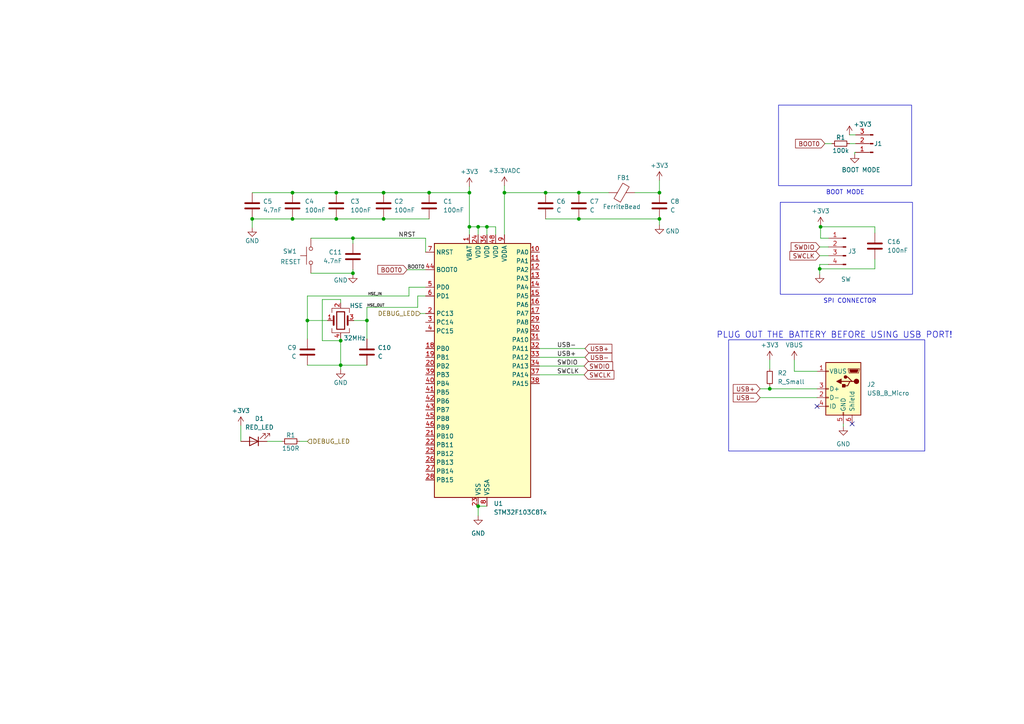
<source format=kicad_sch>
(kicad_sch (version 20230121) (generator eeschema)
  (paper "A4")
  (lib_symbols
    (symbol "Connector:Conn_01x03_Pin" (pin_names (offset 1.016) hide)
      (property "Reference" "J" (at 0 5.08 0))
      (property "Value" "Conn_01x03_Pin" (at 0 -5.08 0))
      (symbol "Conn_01x03_Pin_1_1"
        (polyline (pts (xy 1.27 -2.54) (xy 0.8636 -2.54)) (stroke (width 0.1524)))
        (polyline (pts (xy 1.27 0) (xy 0.8636 0)) (stroke (width 0.1524)))
        (polyline (pts (xy 1.27 2.54) (xy 0.8636 2.54)) (stroke (width 0.1524)))
        (rectangle (start 0.8636 -2.413) (end 0 -2.667) (stroke (width 0.1524)) (fill (type outline)))
        (rectangle (start 0.8636 0.127) (end 0 -0.127) (stroke (width 0.1524)) (fill (type outline)))
        (rectangle (start 0.8636 2.667) (end 0 2.413) (stroke (width 0.1524)) (fill (type outline)))
        (pin passive line (at 5.08 2.54 180) (length 3.81) (name "Pin_1") (number "1"))
        (pin passive line (at 5.08 0 180) (length 3.81) (name "Pin_2") (number "2"))
        (pin passive line (at 5.08 -2.54 180) (length 3.81) (name "Pin_3") (number "3"))
      )
    )
    (symbol "Connector:Conn_01x04_Pin" (pin_names (offset 1.016) hide)
      (property "Reference" "J" (at 0 5.08 0))
      (property "Value" "Conn_01x04_Pin" (at 0 -7.62 0))
      (symbol "Conn_01x04_Pin_1_1"
        (polyline (pts (xy 1.27 -5.08) (xy 0.8636 -5.08)) (stroke (width 0.1524)))
        (polyline (pts (xy 1.27 -2.54) (xy 0.8636 -2.54)) (stroke (width 0.1524)))
        (polyline (pts (xy 1.27 0) (xy 0.8636 0)) (stroke (width 0.1524)))
        (polyline (pts (xy 1.27 2.54) (xy 0.8636 2.54)) (stroke (width 0.1524)))
        (rectangle (start 0.8636 -4.953) (end 0 -5.207) (stroke (width 0.1524)) (fill (type outline)))
        (rectangle (start 0.8636 -2.413) (end 0 -2.667) (stroke (width 0.1524)) (fill (type outline)))
        (rectangle (start 0.8636 0.127) (end 0 -0.127) (stroke (width 0.1524)) (fill (type outline)))
        (rectangle (start 0.8636 2.667) (end 0 2.413) (stroke (width 0.1524)) (fill (type outline)))
        (pin passive line (at 5.08 2.54 180) (length 3.81) (name "Pin_1") (number "1"))
        (pin passive line (at 5.08 0 180) (length 3.81) (name "Pin_2") (number "2"))
        (pin passive line (at 5.08 -2.54 180) (length 3.81) (name "Pin_3") (number "3"))
        (pin passive line (at 5.08 -5.08 180) (length 3.81) (name "Pin_4") (number "4"))
      )
    )
    (symbol "Connector:USB_B_Micro" (pin_names (offset 1.016))
      (property "Reference" "J" (at -5.08 11.43 0))
      (property "Value" "USB_B_Micro" (at -5.08 8.89 0))
      (symbol "USB_B_Micro_0_1"
        (rectangle (start -5.08 -7.62) (end 5.08 7.62) (stroke (width 0.254)) (fill (type background)))
        (circle (center -3.81 2.159) (radius 0.635) (stroke (width 0.254)) (fill (type outline)))
        (circle (center -0.635 3.429) (radius 0.381) (stroke (width 0.254)) (fill (type outline)))
        (rectangle (start -0.127 -7.62) (end 0.127 -6.858))
        (polyline (pts (xy -1.905 2.159) (xy 0.635 2.159)) (stroke (width 0.254)))
        (polyline (pts (xy -3.175 2.159) (xy -2.54 2.159) (xy -1.27 3.429) (xy -0.635 3.429)) (stroke (width 0.254)))
        (polyline (pts (xy -2.54 2.159) (xy -1.905 2.159) (xy -1.27 0.889) (xy 0 0.889)) (stroke (width 0.254)))
        (polyline (pts (xy 0.635 2.794) (xy 0.635 1.524) (xy 1.905 2.159) (xy 0.635 2.794)) (stroke (width 0.254)) (fill (type outline)))
        (polyline (pts (xy -4.318 5.588) (xy -1.778 5.588) (xy -2.032 4.826) (xy -4.064 4.826) (xy -4.318 5.588)) (fill (type outline)))
        (polyline (pts (xy -4.699 5.842) (xy -4.699 5.588) (xy -4.445 4.826) (xy -4.445 4.572) (xy -1.651 4.572) (xy -1.651 4.826) (xy -1.397 5.588) (xy -1.397 5.842) (xy -4.699 5.842)))
        (rectangle (start 0.254 1.27) (end -0.508 0.508) (stroke (width 0.254)) (fill (type outline)))
        (rectangle (start 5.08 -5.207) (end 4.318 -4.953))
        (rectangle (start 5.08 -2.667) (end 4.318 -2.413))
        (rectangle (start 5.08 -0.127) (end 4.318 0.127))
        (rectangle (start 5.08 4.953) (end 4.318 5.207))
      )
      (symbol "USB_B_Micro_1_1"
        (pin power_out line (at 7.62 5.08 180) (length 2.54) (name "VBUS") (number "1"))
        (pin bidirectional line (at 7.62 -2.54 180) (length 2.54) (name "D-") (number "2"))
        (pin bidirectional line (at 7.62 0 180) (length 2.54) (name "D+") (number "3"))
        (pin passive line (at 7.62 -5.08 180) (length 2.54) (name "ID") (number "4"))
        (pin power_out line (at 0 -10.16 90) (length 2.54) (name "GND") (number "5"))
        (pin passive line (at -2.54 -10.16 90) (length 2.54) (name "Shield") (number "6"))
      )
    )
    (symbol "Device:C" (pin_numbers hide) (pin_names (offset 0.254))
      (property "Reference" "C" (at 0.635 2.54 0))
      (property "Value" "C" (at 0.635 -2.54 0))
      (symbol "C_0_1"
        (polyline (pts (xy -2.032 -0.762) (xy 2.032 -0.762)) (stroke (width 0.508)))
        (polyline (pts (xy -2.032 0.762) (xy 2.032 0.762)) (stroke (width 0.508)))
      )
      (symbol "C_1_1"
        (pin passive line (at 0 3.81 270) (length 2.794) (name "~") (number "1"))
        (pin passive line (at 0 -3.81 90) (length 2.794) (name "~") (number "2"))
      )
    )
    (symbol "Device:Crystal_GND24" (pin_names (offset 1.016) hide)
      (property "Reference" "Y" (at 3.175 5.08 0))
      (property "Value" "Crystal_GND24" (at 3.175 3.175 0))
      (symbol "Crystal_GND24_0_1"
        (rectangle (start -1.143 2.54) (end 1.143 -2.54) (stroke (width 0.3048)))
        (polyline (pts (xy -2.54 0) (xy -2.032 0)))
        (polyline (pts (xy -2.032 -1.27) (xy -2.032 1.27)) (stroke (width 0.508)))
        (polyline (pts (xy 0 -3.81) (xy 0 -3.556)))
        (polyline (pts (xy 0 3.556) (xy 0 3.81)))
        (polyline (pts (xy 2.032 -1.27) (xy 2.032 1.27)) (stroke (width 0.508)))
        (polyline (pts (xy 2.032 0) (xy 2.54 0)))
        (polyline (pts (xy -2.54 -2.286) (xy -2.54 -3.556) (xy 2.54 -3.556) (xy 2.54 -2.286)))
        (polyline (pts (xy -2.54 2.286) (xy -2.54 3.556) (xy 2.54 3.556) (xy 2.54 2.286)))
      )
      (symbol "Crystal_GND24_1_1"
        (pin passive line (at -3.81 0 0) (length 1.27) (name "1") (number "1"))
        (pin passive line (at 0 5.08 270) (length 1.27) (name "2") (number "2"))
        (pin passive line (at 3.81 0 180) (length 1.27) (name "3") (number "3"))
        (pin passive line (at 0 -5.08 90) (length 1.27) (name "4") (number "4"))
      )
    )
    (symbol "Device:FerriteBead" (pin_numbers hide) (pin_names (offset 0))
      (property "Reference" "FB" (at -3.81 0.635 90))
      (property "Value" "FerriteBead" (at 3.81 0 90))
      (symbol "FerriteBead_0_1"
        (polyline (pts (xy 0 -1.27) (xy 0 -1.2192)))
        (polyline (pts (xy 0 1.27) (xy 0 1.2954)))
        (polyline (pts (xy -2.7686 0.4064) (xy -1.7018 2.2606) (xy 2.7686 -0.3048) (xy 1.6764 -2.159) (xy -2.7686 0.4064)))
      )
      (symbol "FerriteBead_1_1"
        (pin passive line (at 0 3.81 270) (length 2.54) (name "~") (number "1"))
        (pin passive line (at 0 -3.81 90) (length 2.54) (name "~") (number "2"))
      )
    )
    (symbol "Device:LED" (pin_numbers hide) (pin_names (offset 1.016) hide)
      (property "Reference" "D" (at 0 2.54 0))
      (property "Value" "LED" (at 0 -2.54 0))
      (symbol "LED_0_1"
        (polyline (pts (xy -1.27 -1.27) (xy -1.27 1.27)) (stroke (width 0.254)))
        (polyline (pts (xy -1.27 0) (xy 1.27 0)))
        (polyline (pts (xy 1.27 -1.27) (xy 1.27 1.27) (xy -1.27 0) (xy 1.27 -1.27)) (stroke (width 0.254)))
        (polyline (pts (xy -3.048 -0.762) (xy -4.572 -2.286) (xy -3.81 -2.286) (xy -4.572 -2.286) (xy -4.572 -1.524)))
        (polyline (pts (xy -1.778 -0.762) (xy -3.302 -2.286) (xy -2.54 -2.286) (xy -3.302 -2.286) (xy -3.302 -1.524)))
      )
      (symbol "LED_1_1"
        (pin passive line (at -3.81 0 0) (length 2.54) (name "K") (number "1"))
        (pin passive line (at 3.81 0 180) (length 2.54) (name "A") (number "2"))
      )
    )
    (symbol "Device:R_Small" (pin_numbers hide) (pin_names (offset 0.254) hide)
      (property "Reference" "R" (at 0.762 0.508 0))
      (property "Value" "R_Small" (at 0.762 -1.016 0))
      (symbol "R_Small_0_1"
        (rectangle (start -0.762 1.778) (end 0.762 -1.778) (stroke (width 0.2032)))
      )
      (symbol "R_Small_1_1"
        (pin passive line (at 0 2.54 270) (length 0.762) (name "~") (number "1"))
        (pin passive line (at 0 -2.54 90) (length 0.762) (name "~") (number "2"))
      )
    )
    (symbol "MCU_ST_STM32F1:STM32F103C8Tx"
      (property "Reference" "U" (at -12.7 39.37 0))
      (property "Value" "STM32F103C8Tx" (at 10.16 39.37 0))
      (symbol "STM32F103C8Tx_0_1"
        (rectangle (start -12.7 -35.56) (end 15.24 38.1) (stroke (width 0.254)) (fill (type background)))
      )
      (symbol "STM32F103C8Tx_1_1"
        (pin power_in line (at -2.54 40.64 270) (length 2.54) (name "VBAT") (number "1"))
        (pin bidirectional line (at 17.78 35.56 180) (length 2.54) (name "PA0") (number "10"))
        (pin bidirectional line (at 17.78 33.02 180) (length 2.54) (name "PA1") (number "11"))
        (pin bidirectional line (at 17.78 30.48 180) (length 2.54) (name "PA2") (number "12"))
        (pin bidirectional line (at 17.78 27.94 180) (length 2.54) (name "PA3") (number "13"))
        (pin bidirectional line (at 17.78 25.4 180) (length 2.54) (name "PA4") (number "14"))
        (pin bidirectional line (at 17.78 22.86 180) (length 2.54) (name "PA5") (number "15"))
        (pin bidirectional line (at 17.78 20.32 180) (length 2.54) (name "PA6") (number "16"))
        (pin bidirectional line (at 17.78 17.78 180) (length 2.54) (name "PA7") (number "17"))
        (pin bidirectional line (at -15.24 7.62 0) (length 2.54) (name "PB0") (number "18"))
        (pin bidirectional line (at -15.24 5.08 0) (length 2.54) (name "PB1") (number "19"))
        (pin bidirectional line (at -15.24 17.78 0) (length 2.54) (name "PC13") (number "2"))
        (pin bidirectional line (at -15.24 2.54 0) (length 2.54) (name "PB2") (number "20"))
        (pin bidirectional line (at -15.24 -17.78 0) (length 2.54) (name "PB10") (number "21"))
        (pin bidirectional line (at -15.24 -20.32 0) (length 2.54) (name "PB11") (number "22"))
        (pin power_in line (at 0 -38.1 90) (length 2.54) (name "VSS") (number "23"))
        (pin power_in line (at 0 40.64 270) (length 2.54) (name "VDD") (number "24"))
        (pin bidirectional line (at -15.24 -22.86 0) (length 2.54) (name "PB12") (number "25"))
        (pin bidirectional line (at -15.24 -25.4 0) (length 2.54) (name "PB13") (number "26"))
        (pin bidirectional line (at -15.24 -27.94 0) (length 2.54) (name "PB14") (number "27"))
        (pin bidirectional line (at -15.24 -30.48 0) (length 2.54) (name "PB15") (number "28"))
        (pin bidirectional line (at 17.78 15.24 180) (length 2.54) (name "PA8") (number "29"))
        (pin bidirectional line (at -15.24 15.24 0) (length 2.54) (name "PC14") (number "3"))
        (pin bidirectional line (at 17.78 12.7 180) (length 2.54) (name "PA9") (number "30"))
        (pin bidirectional line (at 17.78 10.16 180) (length 2.54) (name "PA10") (number "31"))
        (pin bidirectional line (at 17.78 7.62 180) (length 2.54) (name "PA11") (number "32"))
        (pin bidirectional line (at 17.78 5.08 180) (length 2.54) (name "PA12") (number "33"))
        (pin bidirectional line (at 17.78 2.54 180) (length 2.54) (name "PA13") (number "34"))
        (pin passive line (at 0 -38.1 90) (length 2.54) hide (name "VSS") (number "35"))
        (pin power_in line (at 2.54 40.64 270) (length 2.54) (name "VDD") (number "36"))
        (pin bidirectional line (at 17.78 0 180) (length 2.54) (name "PA14") (number "37"))
        (pin bidirectional line (at 17.78 -2.54 180) (length 2.54) (name "PA15") (number "38"))
        (pin bidirectional line (at -15.24 0 0) (length 2.54) (name "PB3") (number "39"))
        (pin bidirectional line (at -15.24 12.7 0) (length 2.54) (name "PC15") (number "4"))
        (pin bidirectional line (at -15.24 -2.54 0) (length 2.54) (name "PB4") (number "40"))
        (pin bidirectional line (at -15.24 -5.08 0) (length 2.54) (name "PB5") (number "41"))
        (pin bidirectional line (at -15.24 -7.62 0) (length 2.54) (name "PB6") (number "42"))
        (pin bidirectional line (at -15.24 -10.16 0) (length 2.54) (name "PB7") (number "43"))
        (pin input line (at -15.24 30.48 0) (length 2.54) (name "BOOT0") (number "44"))
        (pin bidirectional line (at -15.24 -12.7 0) (length 2.54) (name "PB8") (number "45"))
        (pin bidirectional line (at -15.24 -15.24 0) (length 2.54) (name "PB9") (number "46"))
        (pin passive line (at 0 -38.1 90) (length 2.54) hide (name "VSS") (number "47"))
        (pin power_in line (at 5.08 40.64 270) (length 2.54) (name "VDD") (number "48"))
        (pin bidirectional line (at -15.24 25.4 0) (length 2.54) (name "PD0") (number "5"))
        (pin bidirectional line (at -15.24 22.86 0) (length 2.54) (name "PD1") (number "6"))
        (pin input line (at -15.24 35.56 0) (length 2.54) (name "NRST") (number "7"))
        (pin power_in line (at 2.54 -38.1 90) (length 2.54) (name "VSSA") (number "8"))
        (pin power_in line (at 7.62 40.64 270) (length 2.54) (name "VDDA") (number "9"))
      )
    )
    (symbol "Switch:SW_Push" (pin_numbers hide) (pin_names (offset 1.016) hide)
      (property "Reference" "SW" (at 1.27 2.54 0))
      (property "Value" "SW_Push" (at 0 -1.524 0))
      (symbol "SW_Push_0_1"
        (circle (center -2.032 0) (radius 0.508))
        (polyline (pts (xy 0 1.27) (xy 0 3.048)))
        (polyline (pts (xy 2.54 1.27) (xy -2.54 1.27)))
        (circle (center 2.032 0) (radius 0.508))
        (pin passive line (at -5.08 0 0) (length 2.54) (name "1") (number "1"))
        (pin passive line (at 5.08 0 180) (length 2.54) (name "2") (number "2"))
      )
    )
    (symbol "power:+3.3VADC" (power) (pin_names (offset 0))
      (property "Value" "+3.3VADC" (at 0 2.54 0))
      (symbol "+3.3VADC_0_0"
        (pin power_in line (at 0 0 90) (length 0) hide (name "+3.3VADC") (number "1"))
      )
      (symbol "+3.3VADC_0_1"
        (polyline (pts (xy -0.762 1.27) (xy 0 2.54)))
        (polyline (pts (xy 0 0) (xy 0 2.54)))
        (polyline (pts (xy 0 2.54) (xy 0.762 1.27)))
      )
    )
    (symbol "power:+3V3" (power) (pin_names (offset 0))
      (property "Value" "+3V3" (at 0 3.556 0))
      (symbol "+3V3_0_1"
        (polyline (pts (xy -0.762 1.27) (xy 0 2.54)))
        (polyline (pts (xy 0 0) (xy 0 2.54)))
        (polyline (pts (xy 0 2.54) (xy 0.762 1.27)))
      )
      (symbol "+3V3_1_1"
        (pin power_in line (at 0 0 90) (length 0) hide (name "+3V3") (number "1"))
      )
    )
    (symbol "power:GND" (power) (pin_names (offset 0))
      (property "Value" "GND" (at 0 -3.81 0))
      (symbol "GND_0_1"
        (polyline (pts (xy 0 0) (xy 0 -1.27) (xy 1.27 -1.27) (xy 0 -2.54) (xy -1.27 -1.27) (xy 0 -1.27)))
      )
      (symbol "GND_1_1"
        (pin power_in line (at 0 0 270) (length 0) hide (name "GND") (number "1"))
      )
    )
    (symbol "power:VBUS" (power) (pin_names (offset 0))
      (property "Value" "VBUS" (at 0 3.81 0))
      (symbol "VBUS_0_1"
        (polyline (pts (xy -0.762 1.27) (xy 0 2.54)))
        (polyline (pts (xy 0 0) (xy 0 2.54)))
        (polyline (pts (xy 0 2.54) (xy 0.762 1.27)))
      )
      (symbol "VBUS_1_1"
        (pin power_in line (at 0 0 90) (length 0) hide (name "VBUS") (number "1"))
      )
    )
  )
  (junction (at 167.894 55.88))
  (junction (at 84.836 55.88))
  (junction (at 138.684 65.786))
  (junction (at 102.362 69.088))
  (junction (at 138.684 146.812))
  (junction (at 97.536 55.88))
  (junction (at 73.152 63.5))
  (junction (at 97.536 63.5))
  (junction (at 136.144 55.88))
  (junction (at 111.252 63.5))
  (junction (at 167.894 63.5))
  (junction (at 191.262 55.88))
  (junction (at 89.154 92.964))
  (junction (at 111.252 55.88))
  (junction (at 158.242 55.88))
  (junction (at 124.46 55.88))
  (junction (at 102.362 79.248))
  (junction (at 191.262 63.5))
  (junction (at 106.426 92.964))
  (junction (at 223.266 112.776))
  (junction (at 237.744 77.978))
  (junction (at 84.836 63.5))
  (junction (at 237.998 65.786))
  (junction (at 146.304 55.88))
  (junction (at 98.806 98.806))
  (junction (at 98.806 105.918))
  (junction (at 136.144 65.786))
  (junction (at 141.224 65.786))
  (no_connect (at 247.142 122.936))
  (no_connect (at 236.982 117.856))
  (wire (pts (xy 90.17 69.088) (xy 102.362 69.088)))
  (wire (pts (xy 90.17 79.248) (xy 102.362 79.248)))
  (wire (pts (xy 156.464 106.172) (xy 169.418 106.172)))
  (wire (pts (xy 136.144 65.786) (xy 136.144 68.072)))
  (wire (pts (xy 138.684 146.812) (xy 141.224 146.812)))
  (wire (pts (xy 146.304 53.848) (xy 146.304 55.88)))
  (wire (pts (xy 230.378 107.696) (xy 236.982 107.696)))
  (wire (pts (xy 253.746 75.184) (xy 253.746 77.978)))
  (wire (pts (xy 89.154 92.964) (xy 89.154 98.298)))
  (wire (pts (xy 89.154 105.918) (xy 98.806 105.918)))
  (wire (pts (xy 156.464 103.632) (xy 169.672 103.632)))
  (wire (pts (xy 237.998 65.786) (xy 237.998 69.088)))
  (wire (pts (xy 89.154 85.852) (xy 89.154 92.964)))
  (wire (pts (xy 247.904 44.196) (xy 248.158 44.196)))
  (wire (pts (xy 156.464 108.712) (xy 169.418 108.712)))
  (wire (pts (xy 111.252 55.88) (xy 124.46 55.88)))
  (wire (pts (xy 106.426 92.964) (xy 102.616 92.964)))
  (wire (pts (xy 123.444 69.088) (xy 102.362 69.088)))
  (wire (pts (xy 121.158 85.852) (xy 123.444 85.852)))
  (wire (pts (xy 111.252 63.5) (xy 124.46 63.5)))
  (wire (pts (xy 240.284 76.708) (xy 237.744 76.708)))
  (wire (pts (xy 106.426 92.964) (xy 106.426 98.298)))
  (wire (pts (xy 244.602 122.936) (xy 244.602 123.698)))
  (wire (pts (xy 143.764 65.786) (xy 143.764 68.072)))
  (wire (pts (xy 223.266 112.776) (xy 236.982 112.776)))
  (wire (pts (xy 102.362 69.088) (xy 102.362 70.612)))
  (wire (pts (xy 124.46 55.88) (xy 136.144 55.88)))
  (wire (pts (xy 123.444 69.088) (xy 123.444 73.152)))
  (wire (pts (xy 248.158 41.656) (xy 246.38 41.656)))
  (wire (pts (xy 98.806 105.918) (xy 106.426 105.918)))
  (wire (pts (xy 230.378 104.394) (xy 230.378 107.696)))
  (wire (pts (xy 191.262 63.5) (xy 167.894 63.5)))
  (wire (pts (xy 93.472 98.806) (xy 98.806 98.806)))
  (wire (pts (xy 136.144 54.102) (xy 136.144 55.88)))
  (wire (pts (xy 241.3 41.656) (xy 239.268 41.656)))
  (wire (pts (xy 98.806 98.806) (xy 98.806 105.918)))
  (wire (pts (xy 106.426 89.154) (xy 106.426 92.964)))
  (wire (pts (xy 136.144 65.786) (xy 138.684 65.786)))
  (wire (pts (xy 156.464 101.092) (xy 169.672 101.092)))
  (wire (pts (xy 118.618 85.852) (xy 118.618 83.312)))
  (wire (pts (xy 138.684 65.786) (xy 138.684 68.072)))
  (wire (pts (xy 240.284 74.168) (xy 237.744 74.168)))
  (wire (pts (xy 118.618 83.312) (xy 123.444 83.312)))
  (wire (pts (xy 102.362 79.502) (xy 102.362 79.248)))
  (wire (pts (xy 141.224 65.786) (xy 143.764 65.786)))
  (wire (pts (xy 158.242 55.88) (xy 167.894 55.88)))
  (wire (pts (xy 84.836 63.5) (xy 97.536 63.5)))
  (wire (pts (xy 73.152 63.5) (xy 73.152 66.04)))
  (wire (pts (xy 98.806 98.806) (xy 98.806 98.044)))
  (wire (pts (xy 136.144 55.88) (xy 136.144 65.786)))
  (wire (pts (xy 138.684 146.812) (xy 138.684 149.606)))
  (wire (pts (xy 73.152 63.5) (xy 84.836 63.5)))
  (wire (pts (xy 237.998 65.532) (xy 237.998 65.786)))
  (wire (pts (xy 248.158 39.116) (xy 246.38 39.116)))
  (wire (pts (xy 253.746 65.786) (xy 253.746 67.564)))
  (wire (pts (xy 158.242 63.5) (xy 167.894 63.5)))
  (wire (pts (xy 102.362 78.232) (xy 102.362 79.248)))
  (wire (pts (xy 141.224 68.072) (xy 141.224 65.786)))
  (wire (pts (xy 118.11 78.232) (xy 123.444 78.232)))
  (wire (pts (xy 86.868 128.016) (xy 89.154 128.016)))
  (wire (pts (xy 121.158 89.154) (xy 121.158 85.852)))
  (wire (pts (xy 240.284 71.628) (xy 237.744 71.628)))
  (wire (pts (xy 146.304 55.88) (xy 158.242 55.88)))
  (wire (pts (xy 77.47 128.016) (xy 81.788 128.016)))
  (wire (pts (xy 237.744 76.708) (xy 237.744 77.978)))
  (wire (pts (xy 69.85 123.444) (xy 69.85 128.016)))
  (wire (pts (xy 106.426 89.154) (xy 121.158 89.154)))
  (wire (pts (xy 237.998 69.088) (xy 240.284 69.088)))
  (wire (pts (xy 237.998 65.786) (xy 253.746 65.786)))
  (wire (pts (xy 97.536 63.5) (xy 111.252 63.5)))
  (wire (pts (xy 237.744 77.978) (xy 237.744 79.502)))
  (wire (pts (xy 121.92 90.932) (xy 123.444 90.932)))
  (wire (pts (xy 98.806 105.918) (xy 98.806 107.188)))
  (wire (pts (xy 184.15 55.88) (xy 191.262 55.88)))
  (wire (pts (xy 223.266 112.014) (xy 223.266 112.776)))
  (wire (pts (xy 253.746 77.978) (xy 237.744 77.978)))
  (wire (pts (xy 97.536 55.88) (xy 111.252 55.88)))
  (wire (pts (xy 191.262 63.5) (xy 191.262 65.278)))
  (wire (pts (xy 98.806 86.868) (xy 98.806 87.884)))
  (wire (pts (xy 73.152 55.88) (xy 84.836 55.88)))
  (wire (pts (xy 146.304 55.88) (xy 146.304 68.072)))
  (wire (pts (xy 223.266 104.394) (xy 223.266 106.934)))
  (wire (pts (xy 89.154 92.964) (xy 94.996 92.964)))
  (wire (pts (xy 89.154 85.852) (xy 118.618 85.852)))
  (wire (pts (xy 220.472 112.776) (xy 223.266 112.776)))
  (wire (pts (xy 93.472 86.868) (xy 93.472 98.806)))
  (wire (pts (xy 167.894 55.88) (xy 176.53 55.88)))
  (wire (pts (xy 98.806 86.868) (xy 93.472 86.868)))
  (wire (pts (xy 84.836 55.88) (xy 97.536 55.88)))
  (wire (pts (xy 220.472 115.316) (xy 236.982 115.316)))
  (wire (pts (xy 247.904 44.704) (xy 247.904 44.196)))
  (wire (pts (xy 191.262 52.324) (xy 191.262 55.88)))
  (wire (pts (xy 138.684 65.786) (xy 141.224 65.786)))
  (rectangle (start 226.314 58.674) (end 264.668 85.344))
  (rectangle (start 211.328 98.552) (end 268.224 130.81))
  (rectangle (start 225.806 30.48) (end 264.414 53.848))
  (text "PLUG OUT THE BATTERY BEFORE USING USB PORT!" (at 207.772 98.298 0) (effects (font (size 1.778 1.778)) (justify left bottom)))
  (text "BOOT MODE\n" (at 239.522 56.642 0) (effects (font (size 1.27 1.27)) (justify left bottom)))
  (text "SPI CONNECTOR" (at 238.76 88.138 0) (effects (font (size 1.27 1.27)) (justify left bottom)))
  (label "SWCLK" (at 161.544 108.712 0))
  (label "NRST" (at 115.57 69.088 0))
  (label "SWDIO" (at 161.544 106.172 0))
  (label "HSE_OUT" (at 106.426 89.154 0) (effects (font (size 0.762 0.762))))
  (label "BOOT0" (at 118.11 78.232 0) (effects (font (size 1.016 1.016))))
  (label "USB-" (at 161.544 101.092 0))
  (label "HSE_IN" (at 106.68 85.852 0) (effects (font (size 0.762 0.762))))
  (label "USB+" (at 161.544 103.632 0))
  (global_label "BOOT0" (shape input) (at 118.11 78.232 180) (property "Intersheetrefs" "${INTERSHEET_REFS}" (effects hide)))
  (global_label "SWCLK" (shape input) (at 169.418 108.712 0) (property "Intersheetrefs" "${INTERSHEET_REFS}" (effects hide)))
  (global_label "USB-" (shape input) (at 220.472 115.316 180) (property "Intersheetrefs" "${INTERSHEET_REFS}" (effects hide)))
  (global_label "SWDIO" (shape input) (at 169.418 106.172 0) (property "Intersheetrefs" "${INTERSHEET_REFS}" (effects hide)))
  (global_label "SWCLK" (shape input) (at 237.744 74.168 180) (property "Intersheetrefs" "${INTERSHEET_REFS}" (effects hide)))
  (global_label "SWDIO" (shape input) (at 237.744 71.628 180) (property "Intersheetrefs" "${INTERSHEET_REFS}" (effects hide)))
  (global_label "USB+" (shape input) (at 169.672 101.092 0) (property "Intersheetrefs" "${INTERSHEET_REFS}" (effects hide)))
  (global_label "USB+" (shape input) (at 220.472 112.776 180) (property "Intersheetrefs" "${INTERSHEET_REFS}" (effects hide)))
  (global_label "BOOT0" (shape input) (at 239.268 41.656 180) (property "Intersheetrefs" "${INTERSHEET_REFS}" (effects hide)))
  (global_label "USB-" (shape input) (at 169.672 103.632 0) (property "Intersheetrefs" "${INTERSHEET_REFS}" (effects hide)))
  (hierarchical_label "DEBUG_LED" (shape input) (at 89.154 128.016 0))
  (hierarchical_label "DEBUG_LED" (shape input) (at 121.92 90.932 180))
  (symbol (lib_id "MCU_ST_STM32F1:STM32F103C8Tx") (at 138.684 108.712 0) (unit 1)
    (property "Reference" "U1" (at 143.1799 146.05 0) (effects (justify left)))
    (property "Value" "STM32F103C8Tx" (at 143.1799 148.59 0) (effects (justify left)))
    (property "Footprint" "Package_QFP:LQFP-48_7x7mm_P0.5mm" (effects hide))
    (property "Datasheet" "https://www.st.com/resource/en/datasheet/stm32f103c8.pdf" (effects hide))
  )
  (symbol (lib_id "Device:C") (at 84.836 59.69 0) (unit 1)
    (property "Reference" "C4" (at 88.392 58.42 0) (effects (justify left)))
    (property "Value" "100nF" (at 88.392 60.96 0) (effects (justify left)))
    (instances (project "Project232" (path "" (reference "C4") (unit 1)) (path "" (reference "C2") (unit 1))) (project "_autosave-MCU" (path "" (reference "C4") (unit 1))))
  )
  (symbol (lib_id "Device:C") (at 167.894 59.69 0) (unit 1)
    (property "Reference" "C7" (at 171.0182 58.42 0) (effects (justify left)))
    (property "Value" "C" (at 171.0182 60.96 0) (effects (justify left)))
    (instances (project "Project232" (path "" (reference "C7") (unit 1)) (path "" (reference "C10") (unit 1))) (project "_autosave-MCU" (path "" (reference "C7") (unit 1))))
  )
  (symbol (lib_id "Connector:Conn_01x04_Pin") (at 245.364 71.628 0) (mirror y) (unit 1)
    (property "Reference" "J3" (at 247.142 72.898 0))
    (property "Value" "SW" (at 245.364 81.026 0))
    (instances (project "_autosave-connector" (path "" (reference "J3") (unit 1))) (project "Project232" (path "" (reference "J2") (unit 1)) (path "" (reference "J2") (unit 1))) (project "_autosave-MCU" (path "" (reference "J3") (unit 1))))
  )
  (symbol (lib_id "Device:C") (at 191.262 59.69 0) (unit 1)
    (property "Reference" "C8" (at 194.3862 58.42 0) (effects (justify left)))
    (property "Value" "C" (at 194.3862 60.96 0) (effects (justify left)))
    (instances (project "Project232" (path "" (reference "C8") (unit 1)) (path "" (reference "C11") (unit 1))) (project "_autosave-MCU" (path "" (reference "C8") (unit 1))))
  )
  (symbol (lib_id "Switch:SW_Push") (at 90.17 74.168 90) (unit 1)
    (property "Reference" "SW1" (at 82.042 72.898 90) (effects (justify right)))
    (property "Value" "RESET" (at 81.28 75.946 90) (effects (justify right)))
  )
  (symbol (lib_id "Device:R_Small") (at 84.328 128.016 270) (mirror x) (unit 1)
    (property "Reference" "R1" (at 84.328 126.238 90))
    (property "Value" "150R" (at 84.328 130.048 90))
    (instances (project "_autosave-connector" (path "" (reference "R1") (unit 1))) (project "Project232" (path "" (reference "R2") (unit 1)) (path "" (reference "R1") (unit 1))) (project "_autosave-MCU" (path "" (reference "R1") (unit 1))))
  )
  (symbol (lib_id "Connector:Conn_01x03_Pin") (at 253.238 41.656 180) (unit 1)
    (property "Reference" "J1" (at 253.492 41.656 0) (effects (justify right)))
    (property "Value" "BOOT MODE" (at 244.094 49.276 0) (effects (justify right)))
    (instances (project "_autosave-connector" (path "" (reference "J1") (unit 1))) (project "Project232" (path "" (reference "J1") (unit 1)) (path "" (reference "J3") (unit 1))) (project "_autosave-MCU" (path "" (reference "J1") (unit 1))))
  )
  (symbol (lib_id "power:GND") (at 102.362 79.502 0) (unit 1)
    (property "Reference" "#PWR08" (effects hide))
    (property "Value" "GND" (at 98.806 81.28 0))
    (instances (project "Project232" (path "" (reference "#PWR08") (unit 1)) (path "" (reference "#PWR04") (unit 1))) (project "_autosave-MCU" (path "" (reference "#PWR08") (unit 1))))
  )
  (symbol (lib_id "power:GND") (at 73.152 66.04 0) (unit 1)
    (property "Reference" "#PWR01" (effects hide))
    (property "Value" "GND" (at 73.152 69.85 0))
    (instances (project "Project232" (path "" (reference "#PWR01") (unit 1)) (path "" (reference "#PWR02") (unit 1))) (project "_autosave-MCU" (path "" (reference "#PWR01") (unit 1))))
  )
  (symbol (lib_id "power:GND") (at 98.806 107.188 0) (unit 1)
    (property "Reference" "#PWR07" (effects hide))
    (property "Value" "GND" (at 98.806 110.998 0))
    (instances (project "Project232" (path "" (reference "#PWR07") (unit 1)) (path "" (reference "#PWR03") (unit 1))) (project "_autosave-MCU" (path "" (reference "#PWR07") (unit 1))))
  )
  (symbol (lib_id "power:+3.3VADC") (at 146.304 53.848 0) (unit 1)
    (property "Reference" "#PWR03" (effects hide))
    (property "Value" "+3.3VADC" (at 146.304 49.53 0))
    (instances (project "Project232" (path "" (reference "#PWR03") (unit 1)) (path "" (reference "#PWR07") (unit 1))) (project "_autosave-MCU" (path "" (reference "#PWR03") (unit 1))))
  )
  (symbol (lib_id "Device:C") (at 102.362 74.422 0) (mirror y) (unit 1)
    (property "Reference" "C11" (at 99.2378 73.152 0) (effects (justify left)))
    (property "Value" "4.7nF" (at 99.2378 75.692 0) (effects (justify left)))
    (instances (project "Project232" (path "" (reference "C11") (unit 1)) (path "" (reference "C5") (unit 1))) (project "_autosave-MCU" (path "" (reference "C11") (unit 1))))
  )
  (symbol (lib_id "power:GND") (at 191.262 65.278 0) (unit 1)
    (property "Reference" "#PWR04" (effects hide))
    (property "Value" "GND" (at 195.072 67.056 0))
    (instances (project "Project232" (path "" (reference "#PWR04") (unit 1)) (path "" (reference "#PWR09") (unit 1))) (project "_autosave-MCU" (path "" (reference "#PWR04") (unit 1))))
  )
  (symbol (lib_id "power:GND") (at 244.602 123.698 0) (unit 1)
    (property "Reference" "#PWR013" (effects hide))
    (property "Value" "GND" (at 244.602 128.778 0))
    (instances (project "_autosave-connector" (path "" (reference "#PWR013") (unit 1))) (project "Project232" (path "" (reference "#PWR015") (unit 1)) (path "" (reference "#PWR014") (unit 1))) (project "_autosave-MCU" (path "" (reference "#PWR013") (unit 1))))
  )
  (symbol (lib_id "Device:R_Small") (at 243.84 41.656 270) (mirror x) (unit 1)
    (property "Reference" "R1" (at 243.84 39.878 90))
    (property "Value" "100k" (at 243.84 43.688 90))
    (instances (project "_autosave-connector" (path "" (reference "R1") (unit 1))) (project "Project232" (path "" (reference "R2") (unit 1)) (path "" (reference "R3") (unit 1))) (project "_autosave-MCU" (path "" (reference "R1") (unit 1))))
  )
  (symbol (lib_id "power:+3V3") (at 246.38 39.116 0) (mirror y) (unit 1)
    (property "Reference" "#PWR010" (effects hide))
    (property "Value" "+3V3" (at 250.19 36.068 0))
    (instances (project "_autosave-connector" (path "" (reference "#PWR010") (unit 1))) (project "Project232" (path "" (reference "#PWR012") (unit 1)) (path "" (reference "#PWR015") (unit 1))) (project "_autosave-MCU" (path "" (reference "#PWR010") (unit 1))))
  )
  (symbol (lib_id "Device:C") (at 89.154 102.108 0) (mirror y) (unit 1)
    (property "Reference" "C9" (at 86.0298 100.838 0) (effects (justify left)))
    (property "Value" "C" (at 86.0298 103.378 0) (effects (justify left)))
    (instances (project "Project232" (path "" (reference "C9") (unit 1)) (path "" (reference "C3") (unit 1))) (project "_autosave-MCU" (path "" (reference "C9") (unit 1))))
  )
  (symbol (lib_id "Connector:USB_B_Micro") (at 244.602 112.776 0) (mirror y) (unit 1)
    (property "Reference" "J2" (at 251.46 111.506 0) (effects (justify right)))
    (property "Value" "USB_B_Micro" (at 251.46 114.046 0) (effects (justify right)))
    (instances (project "_autosave-connector" (path "" (reference "J2") (unit 1))) (project "Project232" (path "" (reference "J3") (unit 1)) (path "" (reference "J1") (unit 1))) (project "_autosave-MCU" (path "" (reference "J2") (unit 1))))
  )
  (symbol (lib_id "Device:C") (at 97.536 59.69 0) (unit 1)
    (property "Reference" "C3" (at 101.6 58.42 0) (effects (justify left)))
    (property "Value" "100nF" (at 101.6 60.96 0) (effects (justify left)))
    (instances (project "Project232" (path "" (reference "C3") (unit 1)) (path "" (reference "C4") (unit 1))) (project "_autosave-MCU" (path "" (reference "C3") (unit 1))))
  )
  (symbol (lib_id "Device:R_Small") (at 223.266 109.474 0) (unit 1)
    (property "Reference" "R2" (at 225.552 108.204 0) (effects (justify left)))
    (property "Value" "R_Small" (at 225.552 110.744 0) (effects (justify left)))
    (instances (project "_autosave-connector" (path "" (reference "R2") (unit 1))) (project "Project232" (path "" (reference "R1") (unit 1)) (path "" (reference "R2") (unit 1))) (project "_autosave-MCU" (path "" (reference "R2") (unit 1))))
  )
  (symbol (lib_id "Device:C") (at 111.252 59.69 0) (unit 1)
    (property "Reference" "C2" (at 114.3 58.42 0) (effects (justify left)))
    (property "Value" "100nF" (at 114.3 60.96 0) (effects (justify left)))
    (instances (project "Project232" (path "" (reference "C2") (unit 1)) (path "" (reference "C7") (unit 1))) (project "_autosave-MCU" (path "" (reference "C2") (unit 1))))
  )
  (symbol (lib_id "power:+3V3") (at 191.262 52.324 0) (unit 1)
    (property "Reference" "#PWR05" (effects hide))
    (property "Value" "+3V3" (at 191.262 48.006 0))
    (instances (project "Project232" (path "" (reference "#PWR05") (unit 1)) (path "" (reference "#PWR08") (unit 1))) (project "_autosave-MCU" (path "" (reference "#PWR05") (unit 1))))
  )
  (symbol (lib_id "power:+3V3") (at 237.998 65.532 0) (mirror y) (unit 1)
    (property "Reference" "#PWR012" (effects hide))
    (property "Value" "+3V3" (at 237.998 61.214 0))
    (instances (project "_autosave-connector" (path "" (reference "#PWR012") (unit 1))) (project "Project232" (path "" (reference "#PWR011") (unit 1)) (path "" (reference "#PWR013") (unit 1))) (project "_autosave-MCU" (path "" (reference "#PWR012") (unit 1))))
  )
  (symbol (lib_id "Device:FerriteBead") (at 180.34 55.88 90) (unit 1)
    (property "Reference" "FB1" (at 180.848 51.562 90))
    (property "Value" "FerriteBead" (at 180.34 59.944 90))
  )
  (symbol (lib_id "power:GND") (at 237.744 79.502 0) (mirror y) (unit 1)
    (property "Reference" "#PWR09" (effects hide))
    (property "Value" "GND" (effects hide))
    (instances (project "_autosave-connector" (path "" (reference "#PWR09") (unit 1))) (project "Project232" (path "" (reference "#PWR010") (unit 1)) (path "" (reference "#PWR012") (unit 1))) (project "_autosave-MCU" (path "" (reference "#PWR09") (unit 1))))
  )
  (symbol (lib_id "power:+3V3") (at 136.144 54.102 0) (unit 1)
    (property "Reference" "#PWR02" (effects hide))
    (property "Value" "+3V3" (at 136.144 49.784 0))
    (instances (project "Project232" (path "" (reference "#PWR02") (unit 1)) (path "" (reference "#PWR05") (unit 1))) (project "_autosave-MCU" (path "" (reference "#PWR02") (unit 1))))
  )
  (symbol (lib_id "power:GND") (at 247.904 44.704 0) (mirror y) (unit 1)
    (property "Reference" "#PWR09" (effects hide))
    (property "Value" "GND" (effects hide))
    (instances (project "_autosave-connector" (path "" (reference "#PWR09") (unit 1))) (project "Project232" (path "" (reference "#PWR013") (unit 1)) (path "" (reference "#PWR016") (unit 1))) (project "_autosave-MCU" (path "" (reference "#PWR09") (unit 1))))
  )
  (symbol (lib_id "Device:C") (at 253.746 71.374 0) (unit 1)
    (property "Reference" "C16" (at 257.302 70.104 0) (effects (justify left)))
    (property "Value" "100nF" (at 257.302 72.644 0) (effects (justify left)))
    (instances (project "_autosave-connector" (path "" (reference "C16") (unit 1))) (project "Project232" (path "" (reference "C12") (unit 1)) (path "" (reference "C12") (unit 1))) (project "_autosave-MCU" (path "" (reference "C16") (unit 1))))
  )
  (symbol (lib_id "Device:C") (at 73.152 59.69 0) (unit 1)
    (property "Reference" "C5" (at 76.2762 58.42 0) (effects (justify left)))
    (property "Value" "4.7nF" (at 76.2762 60.96 0) (effects (justify left)))
    (instances (project "Project232" (path "" (reference "C5") (unit 1)) (path "" (reference "C1") (unit 1))) (project "_autosave-MCU" (path "" (reference "C5") (unit 1))))
  )
  (symbol (lib_id "Device:C") (at 124.46 59.69 0) (unit 1)
    (property "Reference" "C1" (at 128.524 58.42 0) (effects (justify left)))
    (property "Value" "100nF" (at 128.524 60.96 0) (effects (justify left)))
    (instances (project "Project232" (path "" (reference "C1") (unit 1)) (path "" (reference "C8") (unit 1))) (project "_autosave-MCU" (path "" (reference "C1") (unit 1))))
  )
  (symbol (lib_id "Device:LED") (at 73.66 128.016 180) (unit 1)
    (property "Reference" "D1" (at 75.2475 121.412 0))
    (property "Value" "RED_LED" (at 75.2475 123.952 0))
    (property "Datasheet" "0805" (effects hide))
  )
  (symbol (lib_id "power:VBUS") (at 230.378 104.394 0) (unit 1)
    (property "Reference" "#PWR011" (effects hide))
    (property "Value" "VBUS" (at 230.378 100.076 0))
    (instances (project "_autosave-connector" (path "" (reference "#PWR011") (unit 1))) (project "Project232" (path "" (reference "#PWR014") (unit 1)) (path "" (reference "#PWR011") (unit 1))) (project "_autosave-MCU" (path "" (reference "#PWR011") (unit 1))))
  )
  (symbol (lib_id "Device:C") (at 106.426 102.108 0) (unit 1)
    (property "Reference" "C10" (at 109.5502 100.838 0) (effects (justify left)))
    (property "Value" "C" (at 109.5502 103.378 0) (effects (justify left)))
    (instances (project "Project232" (path "" (reference "C10") (unit 1)) (path "" (reference "C6") (unit 1))) (project "_autosave-MCU" (path "" (reference "C10") (unit 1))))
  )
  (symbol (lib_id "power:+3V3") (at 69.85 123.444 0) (unit 1)
    (property "Reference" "#PWR02" (effects hide))
    (property "Value" "+3V3" (at 69.85 119.126 0))
    (instances (project "Project232" (path "" (reference "#PWR02") (unit 1)) (path "" (reference "#PWR01") (unit 1))) (project "_autosave-MCU" (path "" (reference "#PWR02") (unit 1))))
  )
  (symbol (lib_id "Device:Crystal_GND24") (at 98.806 92.964 0) (unit 1)
    (property "Reference" "HSE" (at 103.378 88.646 0))
    (property "Value" "32MHz" (at 102.87 98.044 0))
    (instances (project "Project232" (path "" (reference "HSE") (unit 1)) (path "" (reference "HSE1") (unit 1))) (project "_autosave-MCU" (path "" (reference "HSE") (unit 1))))
  )
  (symbol (lib_id "power:+3V3") (at 223.266 104.394 0) (unit 1)
    (property "Reference" "#PWR012" (effects hide))
    (property "Value" "+3V3" (at 223.266 100.076 0))
    (instances (project "_autosave-connector" (path "" (reference "#PWR012") (unit 1))) (project "Project232" (path "" (reference "#PWR09") (unit 1)) (path "" (reference "#PWR010") (unit 1))) (project "_autosave-MCU" (path "" (reference "#PWR012") (unit 1))))
  )
  (symbol (lib_id "Device:C") (at 158.242 59.69 0) (unit 1)
    (property "Reference" "C6" (at 161.3662 58.42 0) (effects (justify left)))
    (property "Value" "C" (at 161.3662 60.96 0) (effects (justify left)))
    (instances (project "Project232" (path "" (reference "C6") (unit 1)) (path "" (reference "C9") (unit 1))) (project "_autosave-MCU" (path "" (reference "C6") (unit 1))))
  )
  (symbol (lib_id "power:GND") (at 138.684 149.606 0) (unit 1)
    (property "Reference" "#PWR06" (effects hide))
    (property "Value" "GND" (at 138.684 154.686 0))
  )
)
</source>
